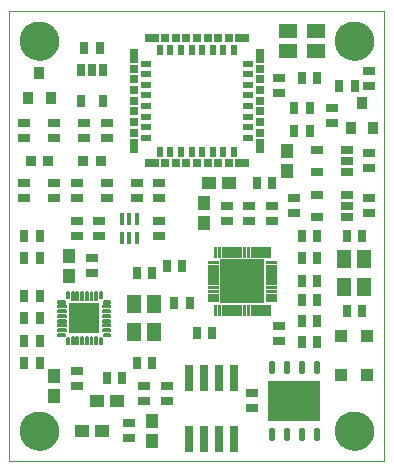
<source format=gts>
G75*
%MOIN*%
%OFA0B0*%
%FSLAX25Y25*%
%IPPOS*%
%LPD*%
%AMOC8*
5,1,8,0,0,1.08239X$1,22.5*
%
%ADD10C,0.00000*%
%ADD11C,0.12998*%
%ADD12R,0.03707X0.02369*%
%ADD13R,0.02369X0.03707*%
%ADD14R,0.02959X0.04731*%
%ADD15R,0.02959X0.02959*%
%ADD16R,0.04731X0.02959*%
%ADD17C,0.00633*%
%ADD18C,0.00760*%
%ADD19R,0.09843X0.09843*%
%ADD20C,0.00297*%
%ADD21R,0.14967X0.14967*%
%ADD22R,0.02762X0.09061*%
%ADD23R,0.04337X0.02565*%
%ADD24R,0.02565X0.04337*%
%ADD25R,0.04731X0.04337*%
%ADD26R,0.03156X0.03943*%
%ADD27R,0.03943X0.03156*%
%ADD28R,0.04337X0.04731*%
%ADD29R,0.05124X0.06306*%
%ADD30R,0.03550X0.03550*%
%ADD31C,0.01493*%
%ADD32R,0.17329X0.13786*%
%ADD33R,0.03550X0.03943*%
%ADD34R,0.01581X0.04298*%
%ADD35R,0.06306X0.05124*%
%ADD36R,0.04337X0.04337*%
D10*
X0031033Y0023661D02*
X0031033Y0173661D01*
X0156033Y0173661D01*
X0156033Y0023661D01*
X0031033Y0023661D01*
X0034734Y0033661D02*
X0034736Y0033819D01*
X0034742Y0033977D01*
X0034752Y0034135D01*
X0034766Y0034293D01*
X0034784Y0034450D01*
X0034805Y0034607D01*
X0034831Y0034763D01*
X0034861Y0034919D01*
X0034894Y0035074D01*
X0034932Y0035227D01*
X0034973Y0035380D01*
X0035018Y0035532D01*
X0035067Y0035683D01*
X0035120Y0035832D01*
X0035176Y0035980D01*
X0035236Y0036126D01*
X0035300Y0036271D01*
X0035368Y0036414D01*
X0035439Y0036556D01*
X0035513Y0036696D01*
X0035591Y0036833D01*
X0035673Y0036969D01*
X0035757Y0037103D01*
X0035846Y0037234D01*
X0035937Y0037363D01*
X0036032Y0037490D01*
X0036129Y0037615D01*
X0036230Y0037737D01*
X0036334Y0037856D01*
X0036441Y0037973D01*
X0036551Y0038087D01*
X0036664Y0038198D01*
X0036779Y0038307D01*
X0036897Y0038412D01*
X0037018Y0038514D01*
X0037141Y0038614D01*
X0037267Y0038710D01*
X0037395Y0038803D01*
X0037525Y0038893D01*
X0037658Y0038979D01*
X0037793Y0039063D01*
X0037929Y0039142D01*
X0038068Y0039219D01*
X0038209Y0039291D01*
X0038351Y0039361D01*
X0038495Y0039426D01*
X0038641Y0039488D01*
X0038788Y0039546D01*
X0038937Y0039601D01*
X0039087Y0039652D01*
X0039238Y0039699D01*
X0039390Y0039742D01*
X0039543Y0039781D01*
X0039698Y0039817D01*
X0039853Y0039848D01*
X0040009Y0039876D01*
X0040165Y0039900D01*
X0040322Y0039920D01*
X0040480Y0039936D01*
X0040637Y0039948D01*
X0040796Y0039956D01*
X0040954Y0039960D01*
X0041112Y0039960D01*
X0041270Y0039956D01*
X0041429Y0039948D01*
X0041586Y0039936D01*
X0041744Y0039920D01*
X0041901Y0039900D01*
X0042057Y0039876D01*
X0042213Y0039848D01*
X0042368Y0039817D01*
X0042523Y0039781D01*
X0042676Y0039742D01*
X0042828Y0039699D01*
X0042979Y0039652D01*
X0043129Y0039601D01*
X0043278Y0039546D01*
X0043425Y0039488D01*
X0043571Y0039426D01*
X0043715Y0039361D01*
X0043857Y0039291D01*
X0043998Y0039219D01*
X0044137Y0039142D01*
X0044273Y0039063D01*
X0044408Y0038979D01*
X0044541Y0038893D01*
X0044671Y0038803D01*
X0044799Y0038710D01*
X0044925Y0038614D01*
X0045048Y0038514D01*
X0045169Y0038412D01*
X0045287Y0038307D01*
X0045402Y0038198D01*
X0045515Y0038087D01*
X0045625Y0037973D01*
X0045732Y0037856D01*
X0045836Y0037737D01*
X0045937Y0037615D01*
X0046034Y0037490D01*
X0046129Y0037363D01*
X0046220Y0037234D01*
X0046309Y0037103D01*
X0046393Y0036969D01*
X0046475Y0036833D01*
X0046553Y0036696D01*
X0046627Y0036556D01*
X0046698Y0036414D01*
X0046766Y0036271D01*
X0046830Y0036126D01*
X0046890Y0035980D01*
X0046946Y0035832D01*
X0046999Y0035683D01*
X0047048Y0035532D01*
X0047093Y0035380D01*
X0047134Y0035227D01*
X0047172Y0035074D01*
X0047205Y0034919D01*
X0047235Y0034763D01*
X0047261Y0034607D01*
X0047282Y0034450D01*
X0047300Y0034293D01*
X0047314Y0034135D01*
X0047324Y0033977D01*
X0047330Y0033819D01*
X0047332Y0033661D01*
X0047330Y0033503D01*
X0047324Y0033345D01*
X0047314Y0033187D01*
X0047300Y0033029D01*
X0047282Y0032872D01*
X0047261Y0032715D01*
X0047235Y0032559D01*
X0047205Y0032403D01*
X0047172Y0032248D01*
X0047134Y0032095D01*
X0047093Y0031942D01*
X0047048Y0031790D01*
X0046999Y0031639D01*
X0046946Y0031490D01*
X0046890Y0031342D01*
X0046830Y0031196D01*
X0046766Y0031051D01*
X0046698Y0030908D01*
X0046627Y0030766D01*
X0046553Y0030626D01*
X0046475Y0030489D01*
X0046393Y0030353D01*
X0046309Y0030219D01*
X0046220Y0030088D01*
X0046129Y0029959D01*
X0046034Y0029832D01*
X0045937Y0029707D01*
X0045836Y0029585D01*
X0045732Y0029466D01*
X0045625Y0029349D01*
X0045515Y0029235D01*
X0045402Y0029124D01*
X0045287Y0029015D01*
X0045169Y0028910D01*
X0045048Y0028808D01*
X0044925Y0028708D01*
X0044799Y0028612D01*
X0044671Y0028519D01*
X0044541Y0028429D01*
X0044408Y0028343D01*
X0044273Y0028259D01*
X0044137Y0028180D01*
X0043998Y0028103D01*
X0043857Y0028031D01*
X0043715Y0027961D01*
X0043571Y0027896D01*
X0043425Y0027834D01*
X0043278Y0027776D01*
X0043129Y0027721D01*
X0042979Y0027670D01*
X0042828Y0027623D01*
X0042676Y0027580D01*
X0042523Y0027541D01*
X0042368Y0027505D01*
X0042213Y0027474D01*
X0042057Y0027446D01*
X0041901Y0027422D01*
X0041744Y0027402D01*
X0041586Y0027386D01*
X0041429Y0027374D01*
X0041270Y0027366D01*
X0041112Y0027362D01*
X0040954Y0027362D01*
X0040796Y0027366D01*
X0040637Y0027374D01*
X0040480Y0027386D01*
X0040322Y0027402D01*
X0040165Y0027422D01*
X0040009Y0027446D01*
X0039853Y0027474D01*
X0039698Y0027505D01*
X0039543Y0027541D01*
X0039390Y0027580D01*
X0039238Y0027623D01*
X0039087Y0027670D01*
X0038937Y0027721D01*
X0038788Y0027776D01*
X0038641Y0027834D01*
X0038495Y0027896D01*
X0038351Y0027961D01*
X0038209Y0028031D01*
X0038068Y0028103D01*
X0037929Y0028180D01*
X0037793Y0028259D01*
X0037658Y0028343D01*
X0037525Y0028429D01*
X0037395Y0028519D01*
X0037267Y0028612D01*
X0037141Y0028708D01*
X0037018Y0028808D01*
X0036897Y0028910D01*
X0036779Y0029015D01*
X0036664Y0029124D01*
X0036551Y0029235D01*
X0036441Y0029349D01*
X0036334Y0029466D01*
X0036230Y0029585D01*
X0036129Y0029707D01*
X0036032Y0029832D01*
X0035937Y0029959D01*
X0035846Y0030088D01*
X0035757Y0030219D01*
X0035673Y0030353D01*
X0035591Y0030489D01*
X0035513Y0030626D01*
X0035439Y0030766D01*
X0035368Y0030908D01*
X0035300Y0031051D01*
X0035236Y0031196D01*
X0035176Y0031342D01*
X0035120Y0031490D01*
X0035067Y0031639D01*
X0035018Y0031790D01*
X0034973Y0031942D01*
X0034932Y0032095D01*
X0034894Y0032248D01*
X0034861Y0032403D01*
X0034831Y0032559D01*
X0034805Y0032715D01*
X0034784Y0032872D01*
X0034766Y0033029D01*
X0034752Y0033187D01*
X0034742Y0033345D01*
X0034736Y0033503D01*
X0034734Y0033661D01*
X0139734Y0033661D02*
X0139736Y0033819D01*
X0139742Y0033977D01*
X0139752Y0034135D01*
X0139766Y0034293D01*
X0139784Y0034450D01*
X0139805Y0034607D01*
X0139831Y0034763D01*
X0139861Y0034919D01*
X0139894Y0035074D01*
X0139932Y0035227D01*
X0139973Y0035380D01*
X0140018Y0035532D01*
X0140067Y0035683D01*
X0140120Y0035832D01*
X0140176Y0035980D01*
X0140236Y0036126D01*
X0140300Y0036271D01*
X0140368Y0036414D01*
X0140439Y0036556D01*
X0140513Y0036696D01*
X0140591Y0036833D01*
X0140673Y0036969D01*
X0140757Y0037103D01*
X0140846Y0037234D01*
X0140937Y0037363D01*
X0141032Y0037490D01*
X0141129Y0037615D01*
X0141230Y0037737D01*
X0141334Y0037856D01*
X0141441Y0037973D01*
X0141551Y0038087D01*
X0141664Y0038198D01*
X0141779Y0038307D01*
X0141897Y0038412D01*
X0142018Y0038514D01*
X0142141Y0038614D01*
X0142267Y0038710D01*
X0142395Y0038803D01*
X0142525Y0038893D01*
X0142658Y0038979D01*
X0142793Y0039063D01*
X0142929Y0039142D01*
X0143068Y0039219D01*
X0143209Y0039291D01*
X0143351Y0039361D01*
X0143495Y0039426D01*
X0143641Y0039488D01*
X0143788Y0039546D01*
X0143937Y0039601D01*
X0144087Y0039652D01*
X0144238Y0039699D01*
X0144390Y0039742D01*
X0144543Y0039781D01*
X0144698Y0039817D01*
X0144853Y0039848D01*
X0145009Y0039876D01*
X0145165Y0039900D01*
X0145322Y0039920D01*
X0145480Y0039936D01*
X0145637Y0039948D01*
X0145796Y0039956D01*
X0145954Y0039960D01*
X0146112Y0039960D01*
X0146270Y0039956D01*
X0146429Y0039948D01*
X0146586Y0039936D01*
X0146744Y0039920D01*
X0146901Y0039900D01*
X0147057Y0039876D01*
X0147213Y0039848D01*
X0147368Y0039817D01*
X0147523Y0039781D01*
X0147676Y0039742D01*
X0147828Y0039699D01*
X0147979Y0039652D01*
X0148129Y0039601D01*
X0148278Y0039546D01*
X0148425Y0039488D01*
X0148571Y0039426D01*
X0148715Y0039361D01*
X0148857Y0039291D01*
X0148998Y0039219D01*
X0149137Y0039142D01*
X0149273Y0039063D01*
X0149408Y0038979D01*
X0149541Y0038893D01*
X0149671Y0038803D01*
X0149799Y0038710D01*
X0149925Y0038614D01*
X0150048Y0038514D01*
X0150169Y0038412D01*
X0150287Y0038307D01*
X0150402Y0038198D01*
X0150515Y0038087D01*
X0150625Y0037973D01*
X0150732Y0037856D01*
X0150836Y0037737D01*
X0150937Y0037615D01*
X0151034Y0037490D01*
X0151129Y0037363D01*
X0151220Y0037234D01*
X0151309Y0037103D01*
X0151393Y0036969D01*
X0151475Y0036833D01*
X0151553Y0036696D01*
X0151627Y0036556D01*
X0151698Y0036414D01*
X0151766Y0036271D01*
X0151830Y0036126D01*
X0151890Y0035980D01*
X0151946Y0035832D01*
X0151999Y0035683D01*
X0152048Y0035532D01*
X0152093Y0035380D01*
X0152134Y0035227D01*
X0152172Y0035074D01*
X0152205Y0034919D01*
X0152235Y0034763D01*
X0152261Y0034607D01*
X0152282Y0034450D01*
X0152300Y0034293D01*
X0152314Y0034135D01*
X0152324Y0033977D01*
X0152330Y0033819D01*
X0152332Y0033661D01*
X0152330Y0033503D01*
X0152324Y0033345D01*
X0152314Y0033187D01*
X0152300Y0033029D01*
X0152282Y0032872D01*
X0152261Y0032715D01*
X0152235Y0032559D01*
X0152205Y0032403D01*
X0152172Y0032248D01*
X0152134Y0032095D01*
X0152093Y0031942D01*
X0152048Y0031790D01*
X0151999Y0031639D01*
X0151946Y0031490D01*
X0151890Y0031342D01*
X0151830Y0031196D01*
X0151766Y0031051D01*
X0151698Y0030908D01*
X0151627Y0030766D01*
X0151553Y0030626D01*
X0151475Y0030489D01*
X0151393Y0030353D01*
X0151309Y0030219D01*
X0151220Y0030088D01*
X0151129Y0029959D01*
X0151034Y0029832D01*
X0150937Y0029707D01*
X0150836Y0029585D01*
X0150732Y0029466D01*
X0150625Y0029349D01*
X0150515Y0029235D01*
X0150402Y0029124D01*
X0150287Y0029015D01*
X0150169Y0028910D01*
X0150048Y0028808D01*
X0149925Y0028708D01*
X0149799Y0028612D01*
X0149671Y0028519D01*
X0149541Y0028429D01*
X0149408Y0028343D01*
X0149273Y0028259D01*
X0149137Y0028180D01*
X0148998Y0028103D01*
X0148857Y0028031D01*
X0148715Y0027961D01*
X0148571Y0027896D01*
X0148425Y0027834D01*
X0148278Y0027776D01*
X0148129Y0027721D01*
X0147979Y0027670D01*
X0147828Y0027623D01*
X0147676Y0027580D01*
X0147523Y0027541D01*
X0147368Y0027505D01*
X0147213Y0027474D01*
X0147057Y0027446D01*
X0146901Y0027422D01*
X0146744Y0027402D01*
X0146586Y0027386D01*
X0146429Y0027374D01*
X0146270Y0027366D01*
X0146112Y0027362D01*
X0145954Y0027362D01*
X0145796Y0027366D01*
X0145637Y0027374D01*
X0145480Y0027386D01*
X0145322Y0027402D01*
X0145165Y0027422D01*
X0145009Y0027446D01*
X0144853Y0027474D01*
X0144698Y0027505D01*
X0144543Y0027541D01*
X0144390Y0027580D01*
X0144238Y0027623D01*
X0144087Y0027670D01*
X0143937Y0027721D01*
X0143788Y0027776D01*
X0143641Y0027834D01*
X0143495Y0027896D01*
X0143351Y0027961D01*
X0143209Y0028031D01*
X0143068Y0028103D01*
X0142929Y0028180D01*
X0142793Y0028259D01*
X0142658Y0028343D01*
X0142525Y0028429D01*
X0142395Y0028519D01*
X0142267Y0028612D01*
X0142141Y0028708D01*
X0142018Y0028808D01*
X0141897Y0028910D01*
X0141779Y0029015D01*
X0141664Y0029124D01*
X0141551Y0029235D01*
X0141441Y0029349D01*
X0141334Y0029466D01*
X0141230Y0029585D01*
X0141129Y0029707D01*
X0141032Y0029832D01*
X0140937Y0029959D01*
X0140846Y0030088D01*
X0140757Y0030219D01*
X0140673Y0030353D01*
X0140591Y0030489D01*
X0140513Y0030626D01*
X0140439Y0030766D01*
X0140368Y0030908D01*
X0140300Y0031051D01*
X0140236Y0031196D01*
X0140176Y0031342D01*
X0140120Y0031490D01*
X0140067Y0031639D01*
X0140018Y0031790D01*
X0139973Y0031942D01*
X0139932Y0032095D01*
X0139894Y0032248D01*
X0139861Y0032403D01*
X0139831Y0032559D01*
X0139805Y0032715D01*
X0139784Y0032872D01*
X0139766Y0033029D01*
X0139752Y0033187D01*
X0139742Y0033345D01*
X0139736Y0033503D01*
X0139734Y0033661D01*
X0139734Y0163661D02*
X0139736Y0163819D01*
X0139742Y0163977D01*
X0139752Y0164135D01*
X0139766Y0164293D01*
X0139784Y0164450D01*
X0139805Y0164607D01*
X0139831Y0164763D01*
X0139861Y0164919D01*
X0139894Y0165074D01*
X0139932Y0165227D01*
X0139973Y0165380D01*
X0140018Y0165532D01*
X0140067Y0165683D01*
X0140120Y0165832D01*
X0140176Y0165980D01*
X0140236Y0166126D01*
X0140300Y0166271D01*
X0140368Y0166414D01*
X0140439Y0166556D01*
X0140513Y0166696D01*
X0140591Y0166833D01*
X0140673Y0166969D01*
X0140757Y0167103D01*
X0140846Y0167234D01*
X0140937Y0167363D01*
X0141032Y0167490D01*
X0141129Y0167615D01*
X0141230Y0167737D01*
X0141334Y0167856D01*
X0141441Y0167973D01*
X0141551Y0168087D01*
X0141664Y0168198D01*
X0141779Y0168307D01*
X0141897Y0168412D01*
X0142018Y0168514D01*
X0142141Y0168614D01*
X0142267Y0168710D01*
X0142395Y0168803D01*
X0142525Y0168893D01*
X0142658Y0168979D01*
X0142793Y0169063D01*
X0142929Y0169142D01*
X0143068Y0169219D01*
X0143209Y0169291D01*
X0143351Y0169361D01*
X0143495Y0169426D01*
X0143641Y0169488D01*
X0143788Y0169546D01*
X0143937Y0169601D01*
X0144087Y0169652D01*
X0144238Y0169699D01*
X0144390Y0169742D01*
X0144543Y0169781D01*
X0144698Y0169817D01*
X0144853Y0169848D01*
X0145009Y0169876D01*
X0145165Y0169900D01*
X0145322Y0169920D01*
X0145480Y0169936D01*
X0145637Y0169948D01*
X0145796Y0169956D01*
X0145954Y0169960D01*
X0146112Y0169960D01*
X0146270Y0169956D01*
X0146429Y0169948D01*
X0146586Y0169936D01*
X0146744Y0169920D01*
X0146901Y0169900D01*
X0147057Y0169876D01*
X0147213Y0169848D01*
X0147368Y0169817D01*
X0147523Y0169781D01*
X0147676Y0169742D01*
X0147828Y0169699D01*
X0147979Y0169652D01*
X0148129Y0169601D01*
X0148278Y0169546D01*
X0148425Y0169488D01*
X0148571Y0169426D01*
X0148715Y0169361D01*
X0148857Y0169291D01*
X0148998Y0169219D01*
X0149137Y0169142D01*
X0149273Y0169063D01*
X0149408Y0168979D01*
X0149541Y0168893D01*
X0149671Y0168803D01*
X0149799Y0168710D01*
X0149925Y0168614D01*
X0150048Y0168514D01*
X0150169Y0168412D01*
X0150287Y0168307D01*
X0150402Y0168198D01*
X0150515Y0168087D01*
X0150625Y0167973D01*
X0150732Y0167856D01*
X0150836Y0167737D01*
X0150937Y0167615D01*
X0151034Y0167490D01*
X0151129Y0167363D01*
X0151220Y0167234D01*
X0151309Y0167103D01*
X0151393Y0166969D01*
X0151475Y0166833D01*
X0151553Y0166696D01*
X0151627Y0166556D01*
X0151698Y0166414D01*
X0151766Y0166271D01*
X0151830Y0166126D01*
X0151890Y0165980D01*
X0151946Y0165832D01*
X0151999Y0165683D01*
X0152048Y0165532D01*
X0152093Y0165380D01*
X0152134Y0165227D01*
X0152172Y0165074D01*
X0152205Y0164919D01*
X0152235Y0164763D01*
X0152261Y0164607D01*
X0152282Y0164450D01*
X0152300Y0164293D01*
X0152314Y0164135D01*
X0152324Y0163977D01*
X0152330Y0163819D01*
X0152332Y0163661D01*
X0152330Y0163503D01*
X0152324Y0163345D01*
X0152314Y0163187D01*
X0152300Y0163029D01*
X0152282Y0162872D01*
X0152261Y0162715D01*
X0152235Y0162559D01*
X0152205Y0162403D01*
X0152172Y0162248D01*
X0152134Y0162095D01*
X0152093Y0161942D01*
X0152048Y0161790D01*
X0151999Y0161639D01*
X0151946Y0161490D01*
X0151890Y0161342D01*
X0151830Y0161196D01*
X0151766Y0161051D01*
X0151698Y0160908D01*
X0151627Y0160766D01*
X0151553Y0160626D01*
X0151475Y0160489D01*
X0151393Y0160353D01*
X0151309Y0160219D01*
X0151220Y0160088D01*
X0151129Y0159959D01*
X0151034Y0159832D01*
X0150937Y0159707D01*
X0150836Y0159585D01*
X0150732Y0159466D01*
X0150625Y0159349D01*
X0150515Y0159235D01*
X0150402Y0159124D01*
X0150287Y0159015D01*
X0150169Y0158910D01*
X0150048Y0158808D01*
X0149925Y0158708D01*
X0149799Y0158612D01*
X0149671Y0158519D01*
X0149541Y0158429D01*
X0149408Y0158343D01*
X0149273Y0158259D01*
X0149137Y0158180D01*
X0148998Y0158103D01*
X0148857Y0158031D01*
X0148715Y0157961D01*
X0148571Y0157896D01*
X0148425Y0157834D01*
X0148278Y0157776D01*
X0148129Y0157721D01*
X0147979Y0157670D01*
X0147828Y0157623D01*
X0147676Y0157580D01*
X0147523Y0157541D01*
X0147368Y0157505D01*
X0147213Y0157474D01*
X0147057Y0157446D01*
X0146901Y0157422D01*
X0146744Y0157402D01*
X0146586Y0157386D01*
X0146429Y0157374D01*
X0146270Y0157366D01*
X0146112Y0157362D01*
X0145954Y0157362D01*
X0145796Y0157366D01*
X0145637Y0157374D01*
X0145480Y0157386D01*
X0145322Y0157402D01*
X0145165Y0157422D01*
X0145009Y0157446D01*
X0144853Y0157474D01*
X0144698Y0157505D01*
X0144543Y0157541D01*
X0144390Y0157580D01*
X0144238Y0157623D01*
X0144087Y0157670D01*
X0143937Y0157721D01*
X0143788Y0157776D01*
X0143641Y0157834D01*
X0143495Y0157896D01*
X0143351Y0157961D01*
X0143209Y0158031D01*
X0143068Y0158103D01*
X0142929Y0158180D01*
X0142793Y0158259D01*
X0142658Y0158343D01*
X0142525Y0158429D01*
X0142395Y0158519D01*
X0142267Y0158612D01*
X0142141Y0158708D01*
X0142018Y0158808D01*
X0141897Y0158910D01*
X0141779Y0159015D01*
X0141664Y0159124D01*
X0141551Y0159235D01*
X0141441Y0159349D01*
X0141334Y0159466D01*
X0141230Y0159585D01*
X0141129Y0159707D01*
X0141032Y0159832D01*
X0140937Y0159959D01*
X0140846Y0160088D01*
X0140757Y0160219D01*
X0140673Y0160353D01*
X0140591Y0160489D01*
X0140513Y0160626D01*
X0140439Y0160766D01*
X0140368Y0160908D01*
X0140300Y0161051D01*
X0140236Y0161196D01*
X0140176Y0161342D01*
X0140120Y0161490D01*
X0140067Y0161639D01*
X0140018Y0161790D01*
X0139973Y0161942D01*
X0139932Y0162095D01*
X0139894Y0162248D01*
X0139861Y0162403D01*
X0139831Y0162559D01*
X0139805Y0162715D01*
X0139784Y0162872D01*
X0139766Y0163029D01*
X0139752Y0163187D01*
X0139742Y0163345D01*
X0139736Y0163503D01*
X0139734Y0163661D01*
X0034734Y0163661D02*
X0034736Y0163819D01*
X0034742Y0163977D01*
X0034752Y0164135D01*
X0034766Y0164293D01*
X0034784Y0164450D01*
X0034805Y0164607D01*
X0034831Y0164763D01*
X0034861Y0164919D01*
X0034894Y0165074D01*
X0034932Y0165227D01*
X0034973Y0165380D01*
X0035018Y0165532D01*
X0035067Y0165683D01*
X0035120Y0165832D01*
X0035176Y0165980D01*
X0035236Y0166126D01*
X0035300Y0166271D01*
X0035368Y0166414D01*
X0035439Y0166556D01*
X0035513Y0166696D01*
X0035591Y0166833D01*
X0035673Y0166969D01*
X0035757Y0167103D01*
X0035846Y0167234D01*
X0035937Y0167363D01*
X0036032Y0167490D01*
X0036129Y0167615D01*
X0036230Y0167737D01*
X0036334Y0167856D01*
X0036441Y0167973D01*
X0036551Y0168087D01*
X0036664Y0168198D01*
X0036779Y0168307D01*
X0036897Y0168412D01*
X0037018Y0168514D01*
X0037141Y0168614D01*
X0037267Y0168710D01*
X0037395Y0168803D01*
X0037525Y0168893D01*
X0037658Y0168979D01*
X0037793Y0169063D01*
X0037929Y0169142D01*
X0038068Y0169219D01*
X0038209Y0169291D01*
X0038351Y0169361D01*
X0038495Y0169426D01*
X0038641Y0169488D01*
X0038788Y0169546D01*
X0038937Y0169601D01*
X0039087Y0169652D01*
X0039238Y0169699D01*
X0039390Y0169742D01*
X0039543Y0169781D01*
X0039698Y0169817D01*
X0039853Y0169848D01*
X0040009Y0169876D01*
X0040165Y0169900D01*
X0040322Y0169920D01*
X0040480Y0169936D01*
X0040637Y0169948D01*
X0040796Y0169956D01*
X0040954Y0169960D01*
X0041112Y0169960D01*
X0041270Y0169956D01*
X0041429Y0169948D01*
X0041586Y0169936D01*
X0041744Y0169920D01*
X0041901Y0169900D01*
X0042057Y0169876D01*
X0042213Y0169848D01*
X0042368Y0169817D01*
X0042523Y0169781D01*
X0042676Y0169742D01*
X0042828Y0169699D01*
X0042979Y0169652D01*
X0043129Y0169601D01*
X0043278Y0169546D01*
X0043425Y0169488D01*
X0043571Y0169426D01*
X0043715Y0169361D01*
X0043857Y0169291D01*
X0043998Y0169219D01*
X0044137Y0169142D01*
X0044273Y0169063D01*
X0044408Y0168979D01*
X0044541Y0168893D01*
X0044671Y0168803D01*
X0044799Y0168710D01*
X0044925Y0168614D01*
X0045048Y0168514D01*
X0045169Y0168412D01*
X0045287Y0168307D01*
X0045402Y0168198D01*
X0045515Y0168087D01*
X0045625Y0167973D01*
X0045732Y0167856D01*
X0045836Y0167737D01*
X0045937Y0167615D01*
X0046034Y0167490D01*
X0046129Y0167363D01*
X0046220Y0167234D01*
X0046309Y0167103D01*
X0046393Y0166969D01*
X0046475Y0166833D01*
X0046553Y0166696D01*
X0046627Y0166556D01*
X0046698Y0166414D01*
X0046766Y0166271D01*
X0046830Y0166126D01*
X0046890Y0165980D01*
X0046946Y0165832D01*
X0046999Y0165683D01*
X0047048Y0165532D01*
X0047093Y0165380D01*
X0047134Y0165227D01*
X0047172Y0165074D01*
X0047205Y0164919D01*
X0047235Y0164763D01*
X0047261Y0164607D01*
X0047282Y0164450D01*
X0047300Y0164293D01*
X0047314Y0164135D01*
X0047324Y0163977D01*
X0047330Y0163819D01*
X0047332Y0163661D01*
X0047330Y0163503D01*
X0047324Y0163345D01*
X0047314Y0163187D01*
X0047300Y0163029D01*
X0047282Y0162872D01*
X0047261Y0162715D01*
X0047235Y0162559D01*
X0047205Y0162403D01*
X0047172Y0162248D01*
X0047134Y0162095D01*
X0047093Y0161942D01*
X0047048Y0161790D01*
X0046999Y0161639D01*
X0046946Y0161490D01*
X0046890Y0161342D01*
X0046830Y0161196D01*
X0046766Y0161051D01*
X0046698Y0160908D01*
X0046627Y0160766D01*
X0046553Y0160626D01*
X0046475Y0160489D01*
X0046393Y0160353D01*
X0046309Y0160219D01*
X0046220Y0160088D01*
X0046129Y0159959D01*
X0046034Y0159832D01*
X0045937Y0159707D01*
X0045836Y0159585D01*
X0045732Y0159466D01*
X0045625Y0159349D01*
X0045515Y0159235D01*
X0045402Y0159124D01*
X0045287Y0159015D01*
X0045169Y0158910D01*
X0045048Y0158808D01*
X0044925Y0158708D01*
X0044799Y0158612D01*
X0044671Y0158519D01*
X0044541Y0158429D01*
X0044408Y0158343D01*
X0044273Y0158259D01*
X0044137Y0158180D01*
X0043998Y0158103D01*
X0043857Y0158031D01*
X0043715Y0157961D01*
X0043571Y0157896D01*
X0043425Y0157834D01*
X0043278Y0157776D01*
X0043129Y0157721D01*
X0042979Y0157670D01*
X0042828Y0157623D01*
X0042676Y0157580D01*
X0042523Y0157541D01*
X0042368Y0157505D01*
X0042213Y0157474D01*
X0042057Y0157446D01*
X0041901Y0157422D01*
X0041744Y0157402D01*
X0041586Y0157386D01*
X0041429Y0157374D01*
X0041270Y0157366D01*
X0041112Y0157362D01*
X0040954Y0157362D01*
X0040796Y0157366D01*
X0040637Y0157374D01*
X0040480Y0157386D01*
X0040322Y0157402D01*
X0040165Y0157422D01*
X0040009Y0157446D01*
X0039853Y0157474D01*
X0039698Y0157505D01*
X0039543Y0157541D01*
X0039390Y0157580D01*
X0039238Y0157623D01*
X0039087Y0157670D01*
X0038937Y0157721D01*
X0038788Y0157776D01*
X0038641Y0157834D01*
X0038495Y0157896D01*
X0038351Y0157961D01*
X0038209Y0158031D01*
X0038068Y0158103D01*
X0037929Y0158180D01*
X0037793Y0158259D01*
X0037658Y0158343D01*
X0037525Y0158429D01*
X0037395Y0158519D01*
X0037267Y0158612D01*
X0037141Y0158708D01*
X0037018Y0158808D01*
X0036897Y0158910D01*
X0036779Y0159015D01*
X0036664Y0159124D01*
X0036551Y0159235D01*
X0036441Y0159349D01*
X0036334Y0159466D01*
X0036230Y0159585D01*
X0036129Y0159707D01*
X0036032Y0159832D01*
X0035937Y0159959D01*
X0035846Y0160088D01*
X0035757Y0160219D01*
X0035673Y0160353D01*
X0035591Y0160489D01*
X0035513Y0160626D01*
X0035439Y0160766D01*
X0035368Y0160908D01*
X0035300Y0161051D01*
X0035236Y0161196D01*
X0035176Y0161342D01*
X0035120Y0161490D01*
X0035067Y0161639D01*
X0035018Y0161790D01*
X0034973Y0161942D01*
X0034932Y0162095D01*
X0034894Y0162248D01*
X0034861Y0162403D01*
X0034831Y0162559D01*
X0034805Y0162715D01*
X0034784Y0162872D01*
X0034766Y0163029D01*
X0034752Y0163187D01*
X0034742Y0163345D01*
X0034736Y0163503D01*
X0034734Y0163661D01*
D11*
X0041033Y0163661D03*
X0146033Y0163661D03*
X0146033Y0033661D03*
X0041033Y0033661D03*
D12*
X0076564Y0131259D03*
X0076564Y0134803D03*
X0076564Y0138346D03*
X0076564Y0141889D03*
X0076564Y0145433D03*
X0076564Y0148976D03*
X0076564Y0152519D03*
X0076564Y0156063D03*
X0110501Y0156063D03*
X0110501Y0152519D03*
X0110501Y0148976D03*
X0110501Y0145433D03*
X0110501Y0141889D03*
X0110501Y0138346D03*
X0110501Y0134803D03*
X0110501Y0131259D03*
D13*
X0105934Y0126692D03*
X0102391Y0126692D03*
X0098848Y0126692D03*
X0095304Y0126692D03*
X0091761Y0126692D03*
X0088218Y0126692D03*
X0084675Y0126692D03*
X0081131Y0126692D03*
X0081131Y0160629D03*
X0084675Y0160629D03*
X0088218Y0160629D03*
X0091761Y0160629D03*
X0095304Y0160629D03*
X0098848Y0160629D03*
X0102391Y0160629D03*
X0105934Y0160629D03*
D14*
X0114419Y0158720D03*
X0114419Y0128602D03*
X0072647Y0128602D03*
X0072647Y0158720D03*
D15*
X0072647Y0154291D03*
X0072647Y0150748D03*
X0072647Y0147204D03*
X0072647Y0143661D03*
X0072647Y0140118D03*
X0072647Y0136574D03*
X0072647Y0133031D03*
X0082903Y0122775D03*
X0086446Y0122775D03*
X0089989Y0122775D03*
X0093533Y0122775D03*
X0097076Y0122775D03*
X0100619Y0122775D03*
X0104163Y0122775D03*
X0114419Y0133031D03*
X0114419Y0136574D03*
X0114419Y0140118D03*
X0114419Y0143661D03*
X0114419Y0147204D03*
X0114419Y0150748D03*
X0114419Y0154291D03*
X0104163Y0164547D03*
X0100619Y0164547D03*
X0097076Y0164547D03*
X0093533Y0164547D03*
X0089989Y0164547D03*
X0086446Y0164547D03*
X0082903Y0164547D03*
D16*
X0078474Y0164547D03*
X0108592Y0164547D03*
X0108592Y0122775D03*
X0078474Y0122775D03*
D17*
X0059653Y0079903D02*
X0059653Y0077379D01*
X0059653Y0079903D02*
X0060287Y0079903D01*
X0060287Y0077379D01*
X0059653Y0077379D01*
X0059653Y0078011D02*
X0060287Y0078011D01*
X0060287Y0078643D02*
X0059653Y0078643D01*
X0059653Y0079275D02*
X0060287Y0079275D01*
X0058078Y0079903D02*
X0058078Y0077379D01*
X0058078Y0079903D02*
X0058712Y0079903D01*
X0058712Y0077379D01*
X0058078Y0077379D01*
X0058078Y0078011D02*
X0058712Y0078011D01*
X0058712Y0078643D02*
X0058078Y0078643D01*
X0058078Y0079275D02*
X0058712Y0079275D01*
X0056503Y0079903D02*
X0056503Y0077379D01*
X0056503Y0079903D02*
X0057137Y0079903D01*
X0057137Y0077379D01*
X0056503Y0077379D01*
X0056503Y0078011D02*
X0057137Y0078011D01*
X0057137Y0078643D02*
X0056503Y0078643D01*
X0056503Y0079275D02*
X0057137Y0079275D01*
X0054928Y0079903D02*
X0054928Y0077379D01*
X0054928Y0079903D02*
X0055562Y0079903D01*
X0055562Y0077379D01*
X0054928Y0077379D01*
X0054928Y0078011D02*
X0055562Y0078011D01*
X0055562Y0078643D02*
X0054928Y0078643D01*
X0054928Y0079275D02*
X0055562Y0079275D01*
X0053354Y0079903D02*
X0053354Y0077379D01*
X0053354Y0079903D02*
X0053988Y0079903D01*
X0053988Y0077379D01*
X0053354Y0077379D01*
X0053354Y0078011D02*
X0053988Y0078011D01*
X0053988Y0078643D02*
X0053354Y0078643D01*
X0053354Y0079275D02*
X0053988Y0079275D01*
X0051779Y0079903D02*
X0051779Y0077379D01*
X0051779Y0079903D02*
X0052413Y0079903D01*
X0052413Y0077379D01*
X0051779Y0077379D01*
X0051779Y0078011D02*
X0052413Y0078011D01*
X0052413Y0078643D02*
X0051779Y0078643D01*
X0051779Y0079275D02*
X0052413Y0079275D01*
X0050204Y0079903D02*
X0050204Y0077773D01*
X0050204Y0079903D02*
X0050838Y0079903D01*
X0050838Y0077773D01*
X0050204Y0077773D01*
X0050204Y0078405D02*
X0050838Y0078405D01*
X0050838Y0079037D02*
X0050204Y0079037D01*
X0050204Y0079669D02*
X0050838Y0079669D01*
X0049460Y0076356D02*
X0047330Y0076356D01*
X0047330Y0076990D01*
X0049460Y0076990D01*
X0049460Y0076356D01*
X0049460Y0076988D02*
X0047330Y0076988D01*
X0047290Y0074781D02*
X0049814Y0074781D01*
X0047290Y0074781D02*
X0047290Y0075415D01*
X0049814Y0075415D01*
X0049814Y0074781D01*
X0049814Y0075413D02*
X0047290Y0075413D01*
X0047290Y0073206D02*
X0049814Y0073206D01*
X0047290Y0073206D02*
X0047290Y0073840D01*
X0049814Y0073840D01*
X0049814Y0073206D01*
X0049814Y0073838D02*
X0047290Y0073838D01*
X0047290Y0071631D02*
X0049814Y0071631D01*
X0047290Y0071631D02*
X0047290Y0072265D01*
X0049814Y0072265D01*
X0049814Y0071631D01*
X0049814Y0072263D02*
X0047290Y0072263D01*
X0047290Y0070057D02*
X0049814Y0070057D01*
X0047290Y0070057D02*
X0047290Y0070691D01*
X0049814Y0070691D01*
X0049814Y0070057D01*
X0049814Y0070689D02*
X0047290Y0070689D01*
X0047290Y0068482D02*
X0049814Y0068482D01*
X0047290Y0068482D02*
X0047290Y0069116D01*
X0049814Y0069116D01*
X0049814Y0068482D01*
X0049814Y0069114D02*
X0047290Y0069114D01*
X0047290Y0066907D02*
X0049814Y0066907D01*
X0047290Y0066907D02*
X0047290Y0067541D01*
X0049814Y0067541D01*
X0049814Y0066907D01*
X0049814Y0067539D02*
X0047290Y0067539D01*
X0047330Y0065332D02*
X0049460Y0065332D01*
X0047330Y0065332D02*
X0047330Y0065966D01*
X0049460Y0065966D01*
X0049460Y0065332D01*
X0049460Y0065964D02*
X0047330Y0065964D01*
X0050799Y0064549D02*
X0050799Y0062419D01*
X0050165Y0062419D01*
X0050165Y0064549D01*
X0050799Y0064549D01*
X0050799Y0063051D02*
X0050165Y0063051D01*
X0050165Y0063683D02*
X0050799Y0063683D01*
X0050799Y0064315D02*
X0050165Y0064315D01*
X0052413Y0064943D02*
X0052413Y0062419D01*
X0051779Y0062419D01*
X0051779Y0064943D01*
X0052413Y0064943D01*
X0052413Y0063051D02*
X0051779Y0063051D01*
X0051779Y0063683D02*
X0052413Y0063683D01*
X0052413Y0064315D02*
X0051779Y0064315D01*
X0053988Y0064943D02*
X0053988Y0062419D01*
X0053354Y0062419D01*
X0053354Y0064943D01*
X0053988Y0064943D01*
X0053988Y0063051D02*
X0053354Y0063051D01*
X0053354Y0063683D02*
X0053988Y0063683D01*
X0053988Y0064315D02*
X0053354Y0064315D01*
X0055562Y0064943D02*
X0055562Y0062419D01*
X0054928Y0062419D01*
X0054928Y0064943D01*
X0055562Y0064943D01*
X0055562Y0063051D02*
X0054928Y0063051D01*
X0054928Y0063683D02*
X0055562Y0063683D01*
X0055562Y0064315D02*
X0054928Y0064315D01*
X0057137Y0064943D02*
X0057137Y0062419D01*
X0056503Y0062419D01*
X0056503Y0064943D01*
X0057137Y0064943D01*
X0057137Y0063051D02*
X0056503Y0063051D01*
X0056503Y0063683D02*
X0057137Y0063683D01*
X0057137Y0064315D02*
X0056503Y0064315D01*
X0058712Y0064943D02*
X0058712Y0062419D01*
X0058078Y0062419D01*
X0058078Y0064943D01*
X0058712Y0064943D01*
X0058712Y0063051D02*
X0058078Y0063051D01*
X0058078Y0063683D02*
X0058712Y0063683D01*
X0058712Y0064315D02*
X0058078Y0064315D01*
X0060287Y0064943D02*
X0060287Y0062419D01*
X0059653Y0062419D01*
X0059653Y0064943D01*
X0060287Y0064943D01*
X0060287Y0063051D02*
X0059653Y0063051D01*
X0059653Y0063683D02*
X0060287Y0063683D01*
X0060287Y0064315D02*
X0059653Y0064315D01*
X0061862Y0064549D02*
X0061862Y0062419D01*
X0061228Y0062419D01*
X0061228Y0064549D01*
X0061862Y0064549D01*
X0061862Y0063051D02*
X0061228Y0063051D01*
X0061228Y0063683D02*
X0061862Y0063683D01*
X0061862Y0064315D02*
X0061228Y0064315D01*
X0062566Y0065966D02*
X0064696Y0065966D01*
X0064696Y0065332D01*
X0062566Y0065332D01*
X0062566Y0065966D01*
X0062566Y0065964D02*
X0064696Y0065964D01*
X0064736Y0067541D02*
X0062212Y0067541D01*
X0064736Y0067541D02*
X0064736Y0066907D01*
X0062212Y0066907D01*
X0062212Y0067541D01*
X0062212Y0067539D02*
X0064736Y0067539D01*
X0064736Y0069116D02*
X0062212Y0069116D01*
X0064736Y0069116D02*
X0064736Y0068482D01*
X0062212Y0068482D01*
X0062212Y0069116D01*
X0062212Y0069114D02*
X0064736Y0069114D01*
X0064736Y0070691D02*
X0062212Y0070691D01*
X0064736Y0070691D02*
X0064736Y0070057D01*
X0062212Y0070057D01*
X0062212Y0070691D01*
X0062212Y0070689D02*
X0064736Y0070689D01*
X0064736Y0072265D02*
X0062212Y0072265D01*
X0064736Y0072265D02*
X0064736Y0071631D01*
X0062212Y0071631D01*
X0062212Y0072265D01*
X0062212Y0072263D02*
X0064736Y0072263D01*
X0064736Y0073840D02*
X0062212Y0073840D01*
X0064736Y0073840D02*
X0064736Y0073206D01*
X0062212Y0073206D01*
X0062212Y0073840D01*
X0062212Y0073838D02*
X0064736Y0073838D01*
X0064736Y0075415D02*
X0062212Y0075415D01*
X0064736Y0075415D02*
X0064736Y0074781D01*
X0062212Y0074781D01*
X0062212Y0075415D01*
X0062212Y0075413D02*
X0064736Y0075413D01*
D18*
X0064711Y0076886D02*
X0062709Y0076886D01*
X0064711Y0076886D02*
X0064711Y0076380D01*
X0062709Y0076380D01*
X0062709Y0076886D01*
X0061331Y0077837D02*
X0061331Y0079839D01*
X0061837Y0079839D01*
X0061837Y0077837D01*
X0061331Y0077837D01*
X0061331Y0078596D02*
X0061837Y0078596D01*
X0061837Y0079355D02*
X0061331Y0079355D01*
D19*
X0056033Y0071161D03*
D20*
X0097261Y0077015D02*
X0100553Y0077015D01*
X0097261Y0077015D02*
X0097261Y0077905D01*
X0100553Y0077905D01*
X0100553Y0077015D01*
X0100553Y0077311D02*
X0097261Y0077311D01*
X0097261Y0077607D02*
X0100553Y0077607D01*
X0100553Y0077903D02*
X0097261Y0077903D01*
X0097261Y0078393D02*
X0100553Y0078393D01*
X0097261Y0078393D02*
X0097261Y0079283D01*
X0100553Y0079283D01*
X0100553Y0078393D01*
X0100553Y0078689D02*
X0097261Y0078689D01*
X0097261Y0078985D02*
X0100553Y0078985D01*
X0100553Y0079281D02*
X0097261Y0079281D01*
X0097261Y0079771D02*
X0100553Y0079771D01*
X0097261Y0079771D02*
X0097261Y0080661D01*
X0100553Y0080661D01*
X0100553Y0079771D01*
X0100553Y0080067D02*
X0097261Y0080067D01*
X0097261Y0080363D02*
X0100553Y0080363D01*
X0100553Y0080659D02*
X0097261Y0080659D01*
X0097261Y0081149D02*
X0100553Y0081149D01*
X0097261Y0081149D02*
X0097261Y0082039D01*
X0100553Y0082039D01*
X0100553Y0081149D01*
X0100553Y0081445D02*
X0097261Y0081445D01*
X0097261Y0081741D02*
X0100553Y0081741D01*
X0100553Y0082037D02*
X0097261Y0082037D01*
X0097261Y0082527D02*
X0100553Y0082527D01*
X0097261Y0082527D02*
X0097261Y0083417D01*
X0100553Y0083417D01*
X0100553Y0082527D01*
X0100553Y0082823D02*
X0097261Y0082823D01*
X0097261Y0083119D02*
X0100553Y0083119D01*
X0100553Y0083415D02*
X0097261Y0083415D01*
X0097261Y0083905D02*
X0100553Y0083905D01*
X0097261Y0083905D02*
X0097261Y0084795D01*
X0100553Y0084795D01*
X0100553Y0083905D01*
X0100553Y0084201D02*
X0097261Y0084201D01*
X0097261Y0084497D02*
X0100553Y0084497D01*
X0100553Y0084793D02*
X0097261Y0084793D01*
X0097261Y0085283D02*
X0100553Y0085283D01*
X0097261Y0085283D02*
X0097261Y0086173D01*
X0100553Y0086173D01*
X0100553Y0085283D01*
X0100553Y0085579D02*
X0097261Y0085579D01*
X0097261Y0085875D02*
X0100553Y0085875D01*
X0100553Y0086171D02*
X0097261Y0086171D01*
X0097261Y0086661D02*
X0100553Y0086661D01*
X0097261Y0086661D02*
X0097261Y0087551D01*
X0100553Y0087551D01*
X0100553Y0086661D01*
X0100553Y0086957D02*
X0097261Y0086957D01*
X0097261Y0087253D02*
X0100553Y0087253D01*
X0100553Y0087549D02*
X0097261Y0087549D01*
X0097261Y0088039D02*
X0100553Y0088039D01*
X0097261Y0088039D02*
X0097261Y0088929D01*
X0100553Y0088929D01*
X0100553Y0088039D01*
X0100553Y0088335D02*
X0097261Y0088335D01*
X0097261Y0088631D02*
X0100553Y0088631D01*
X0100553Y0088927D02*
X0097261Y0088927D01*
X0097261Y0089417D02*
X0100553Y0089417D01*
X0097261Y0089417D02*
X0097261Y0090307D01*
X0100553Y0090307D01*
X0100553Y0089417D01*
X0100553Y0089713D02*
X0097261Y0089713D01*
X0097261Y0090009D02*
X0100553Y0090009D01*
X0100553Y0090305D02*
X0097261Y0090305D01*
X0099131Y0091641D02*
X0099131Y0094933D01*
X0100021Y0094933D01*
X0100021Y0091641D01*
X0099131Y0091641D01*
X0099131Y0091937D02*
X0100021Y0091937D01*
X0100021Y0092233D02*
X0099131Y0092233D01*
X0099131Y0092529D02*
X0100021Y0092529D01*
X0100021Y0092825D02*
X0099131Y0092825D01*
X0099131Y0093121D02*
X0100021Y0093121D01*
X0100021Y0093417D02*
X0099131Y0093417D01*
X0099131Y0093713D02*
X0100021Y0093713D01*
X0100021Y0094009D02*
X0099131Y0094009D01*
X0099131Y0094305D02*
X0100021Y0094305D01*
X0100021Y0094601D02*
X0099131Y0094601D01*
X0099131Y0094897D02*
X0100021Y0094897D01*
X0100509Y0094933D02*
X0100509Y0091641D01*
X0100509Y0094933D02*
X0101399Y0094933D01*
X0101399Y0091641D01*
X0100509Y0091641D01*
X0100509Y0091937D02*
X0101399Y0091937D01*
X0101399Y0092233D02*
X0100509Y0092233D01*
X0100509Y0092529D02*
X0101399Y0092529D01*
X0101399Y0092825D02*
X0100509Y0092825D01*
X0100509Y0093121D02*
X0101399Y0093121D01*
X0101399Y0093417D02*
X0100509Y0093417D01*
X0100509Y0093713D02*
X0101399Y0093713D01*
X0101399Y0094009D02*
X0100509Y0094009D01*
X0100509Y0094305D02*
X0101399Y0094305D01*
X0101399Y0094601D02*
X0100509Y0094601D01*
X0100509Y0094897D02*
X0101399Y0094897D01*
X0101887Y0094933D02*
X0101887Y0091641D01*
X0101887Y0094933D02*
X0102777Y0094933D01*
X0102777Y0091641D01*
X0101887Y0091641D01*
X0101887Y0091937D02*
X0102777Y0091937D01*
X0102777Y0092233D02*
X0101887Y0092233D01*
X0101887Y0092529D02*
X0102777Y0092529D01*
X0102777Y0092825D02*
X0101887Y0092825D01*
X0101887Y0093121D02*
X0102777Y0093121D01*
X0102777Y0093417D02*
X0101887Y0093417D01*
X0101887Y0093713D02*
X0102777Y0093713D01*
X0102777Y0094009D02*
X0101887Y0094009D01*
X0101887Y0094305D02*
X0102777Y0094305D01*
X0102777Y0094601D02*
X0101887Y0094601D01*
X0101887Y0094897D02*
X0102777Y0094897D01*
X0103265Y0094933D02*
X0103265Y0091641D01*
X0103265Y0094933D02*
X0104155Y0094933D01*
X0104155Y0091641D01*
X0103265Y0091641D01*
X0103265Y0091937D02*
X0104155Y0091937D01*
X0104155Y0092233D02*
X0103265Y0092233D01*
X0103265Y0092529D02*
X0104155Y0092529D01*
X0104155Y0092825D02*
X0103265Y0092825D01*
X0103265Y0093121D02*
X0104155Y0093121D01*
X0104155Y0093417D02*
X0103265Y0093417D01*
X0103265Y0093713D02*
X0104155Y0093713D01*
X0104155Y0094009D02*
X0103265Y0094009D01*
X0103265Y0094305D02*
X0104155Y0094305D01*
X0104155Y0094601D02*
X0103265Y0094601D01*
X0103265Y0094897D02*
X0104155Y0094897D01*
X0104643Y0094933D02*
X0104643Y0091641D01*
X0104643Y0094933D02*
X0105533Y0094933D01*
X0105533Y0091641D01*
X0104643Y0091641D01*
X0104643Y0091937D02*
X0105533Y0091937D01*
X0105533Y0092233D02*
X0104643Y0092233D01*
X0104643Y0092529D02*
X0105533Y0092529D01*
X0105533Y0092825D02*
X0104643Y0092825D01*
X0104643Y0093121D02*
X0105533Y0093121D01*
X0105533Y0093417D02*
X0104643Y0093417D01*
X0104643Y0093713D02*
X0105533Y0093713D01*
X0105533Y0094009D02*
X0104643Y0094009D01*
X0104643Y0094305D02*
X0105533Y0094305D01*
X0105533Y0094601D02*
X0104643Y0094601D01*
X0104643Y0094897D02*
X0105533Y0094897D01*
X0106021Y0094933D02*
X0106021Y0091641D01*
X0106021Y0094933D02*
X0106911Y0094933D01*
X0106911Y0091641D01*
X0106021Y0091641D01*
X0106021Y0091937D02*
X0106911Y0091937D01*
X0106911Y0092233D02*
X0106021Y0092233D01*
X0106021Y0092529D02*
X0106911Y0092529D01*
X0106911Y0092825D02*
X0106021Y0092825D01*
X0106021Y0093121D02*
X0106911Y0093121D01*
X0106911Y0093417D02*
X0106021Y0093417D01*
X0106021Y0093713D02*
X0106911Y0093713D01*
X0106911Y0094009D02*
X0106021Y0094009D01*
X0106021Y0094305D02*
X0106911Y0094305D01*
X0106911Y0094601D02*
X0106021Y0094601D01*
X0106021Y0094897D02*
X0106911Y0094897D01*
X0107399Y0094933D02*
X0107399Y0091641D01*
X0107399Y0094933D02*
X0108289Y0094933D01*
X0108289Y0091641D01*
X0107399Y0091641D01*
X0107399Y0091937D02*
X0108289Y0091937D01*
X0108289Y0092233D02*
X0107399Y0092233D01*
X0107399Y0092529D02*
X0108289Y0092529D01*
X0108289Y0092825D02*
X0107399Y0092825D01*
X0107399Y0093121D02*
X0108289Y0093121D01*
X0108289Y0093417D02*
X0107399Y0093417D01*
X0107399Y0093713D02*
X0108289Y0093713D01*
X0108289Y0094009D02*
X0107399Y0094009D01*
X0107399Y0094305D02*
X0108289Y0094305D01*
X0108289Y0094601D02*
X0107399Y0094601D01*
X0107399Y0094897D02*
X0108289Y0094897D01*
X0108777Y0094933D02*
X0108777Y0091641D01*
X0108777Y0094933D02*
X0109667Y0094933D01*
X0109667Y0091641D01*
X0108777Y0091641D01*
X0108777Y0091937D02*
X0109667Y0091937D01*
X0109667Y0092233D02*
X0108777Y0092233D01*
X0108777Y0092529D02*
X0109667Y0092529D01*
X0109667Y0092825D02*
X0108777Y0092825D01*
X0108777Y0093121D02*
X0109667Y0093121D01*
X0109667Y0093417D02*
X0108777Y0093417D01*
X0108777Y0093713D02*
X0109667Y0093713D01*
X0109667Y0094009D02*
X0108777Y0094009D01*
X0108777Y0094305D02*
X0109667Y0094305D01*
X0109667Y0094601D02*
X0108777Y0094601D01*
X0108777Y0094897D02*
X0109667Y0094897D01*
X0110155Y0094933D02*
X0110155Y0091641D01*
X0110155Y0094933D02*
X0111045Y0094933D01*
X0111045Y0091641D01*
X0110155Y0091641D01*
X0110155Y0091937D02*
X0111045Y0091937D01*
X0111045Y0092233D02*
X0110155Y0092233D01*
X0110155Y0092529D02*
X0111045Y0092529D01*
X0111045Y0092825D02*
X0110155Y0092825D01*
X0110155Y0093121D02*
X0111045Y0093121D01*
X0111045Y0093417D02*
X0110155Y0093417D01*
X0110155Y0093713D02*
X0111045Y0093713D01*
X0111045Y0094009D02*
X0110155Y0094009D01*
X0110155Y0094305D02*
X0111045Y0094305D01*
X0111045Y0094601D02*
X0110155Y0094601D01*
X0110155Y0094897D02*
X0111045Y0094897D01*
X0111533Y0094933D02*
X0111533Y0091641D01*
X0111533Y0094933D02*
X0112423Y0094933D01*
X0112423Y0091641D01*
X0111533Y0091641D01*
X0111533Y0091937D02*
X0112423Y0091937D01*
X0112423Y0092233D02*
X0111533Y0092233D01*
X0111533Y0092529D02*
X0112423Y0092529D01*
X0112423Y0092825D02*
X0111533Y0092825D01*
X0111533Y0093121D02*
X0112423Y0093121D01*
X0112423Y0093417D02*
X0111533Y0093417D01*
X0111533Y0093713D02*
X0112423Y0093713D01*
X0112423Y0094009D02*
X0111533Y0094009D01*
X0111533Y0094305D02*
X0112423Y0094305D01*
X0112423Y0094601D02*
X0111533Y0094601D01*
X0111533Y0094897D02*
X0112423Y0094897D01*
X0112911Y0094933D02*
X0112911Y0091641D01*
X0112911Y0094933D02*
X0113801Y0094933D01*
X0113801Y0091641D01*
X0112911Y0091641D01*
X0112911Y0091937D02*
X0113801Y0091937D01*
X0113801Y0092233D02*
X0112911Y0092233D01*
X0112911Y0092529D02*
X0113801Y0092529D01*
X0113801Y0092825D02*
X0112911Y0092825D01*
X0112911Y0093121D02*
X0113801Y0093121D01*
X0113801Y0093417D02*
X0112911Y0093417D01*
X0112911Y0093713D02*
X0113801Y0093713D01*
X0113801Y0094009D02*
X0112911Y0094009D01*
X0112911Y0094305D02*
X0113801Y0094305D01*
X0113801Y0094601D02*
X0112911Y0094601D01*
X0112911Y0094897D02*
X0113801Y0094897D01*
X0114289Y0094933D02*
X0114289Y0091641D01*
X0114289Y0094933D02*
X0115179Y0094933D01*
X0115179Y0091641D01*
X0114289Y0091641D01*
X0114289Y0091937D02*
X0115179Y0091937D01*
X0115179Y0092233D02*
X0114289Y0092233D01*
X0114289Y0092529D02*
X0115179Y0092529D01*
X0115179Y0092825D02*
X0114289Y0092825D01*
X0114289Y0093121D02*
X0115179Y0093121D01*
X0115179Y0093417D02*
X0114289Y0093417D01*
X0114289Y0093713D02*
X0115179Y0093713D01*
X0115179Y0094009D02*
X0114289Y0094009D01*
X0114289Y0094305D02*
X0115179Y0094305D01*
X0115179Y0094601D02*
X0114289Y0094601D01*
X0114289Y0094897D02*
X0115179Y0094897D01*
X0115667Y0094933D02*
X0115667Y0091641D01*
X0115667Y0094933D02*
X0116557Y0094933D01*
X0116557Y0091641D01*
X0115667Y0091641D01*
X0115667Y0091937D02*
X0116557Y0091937D01*
X0116557Y0092233D02*
X0115667Y0092233D01*
X0115667Y0092529D02*
X0116557Y0092529D01*
X0116557Y0092825D02*
X0115667Y0092825D01*
X0115667Y0093121D02*
X0116557Y0093121D01*
X0116557Y0093417D02*
X0115667Y0093417D01*
X0115667Y0093713D02*
X0116557Y0093713D01*
X0116557Y0094009D02*
X0115667Y0094009D01*
X0115667Y0094305D02*
X0116557Y0094305D01*
X0116557Y0094601D02*
X0115667Y0094601D01*
X0115667Y0094897D02*
X0116557Y0094897D01*
X0117044Y0094933D02*
X0117044Y0091641D01*
X0117044Y0094933D02*
X0117934Y0094933D01*
X0117934Y0091641D01*
X0117044Y0091641D01*
X0117044Y0091937D02*
X0117934Y0091937D01*
X0117934Y0092233D02*
X0117044Y0092233D01*
X0117044Y0092529D02*
X0117934Y0092529D01*
X0117934Y0092825D02*
X0117044Y0092825D01*
X0117044Y0093121D02*
X0117934Y0093121D01*
X0117934Y0093417D02*
X0117044Y0093417D01*
X0117044Y0093713D02*
X0117934Y0093713D01*
X0117934Y0094009D02*
X0117044Y0094009D01*
X0117044Y0094305D02*
X0117934Y0094305D01*
X0117934Y0094601D02*
X0117044Y0094601D01*
X0117044Y0094897D02*
X0117934Y0094897D01*
X0116513Y0089417D02*
X0119805Y0089417D01*
X0116513Y0089417D02*
X0116513Y0090307D01*
X0119805Y0090307D01*
X0119805Y0089417D01*
X0119805Y0089713D02*
X0116513Y0089713D01*
X0116513Y0090009D02*
X0119805Y0090009D01*
X0119805Y0090305D02*
X0116513Y0090305D01*
X0116513Y0088039D02*
X0119805Y0088039D01*
X0116513Y0088039D02*
X0116513Y0088929D01*
X0119805Y0088929D01*
X0119805Y0088039D01*
X0119805Y0088335D02*
X0116513Y0088335D01*
X0116513Y0088631D02*
X0119805Y0088631D01*
X0119805Y0088927D02*
X0116513Y0088927D01*
X0116513Y0086661D02*
X0119805Y0086661D01*
X0116513Y0086661D02*
X0116513Y0087551D01*
X0119805Y0087551D01*
X0119805Y0086661D01*
X0119805Y0086957D02*
X0116513Y0086957D01*
X0116513Y0087253D02*
X0119805Y0087253D01*
X0119805Y0087549D02*
X0116513Y0087549D01*
X0116513Y0085283D02*
X0119805Y0085283D01*
X0116513Y0085283D02*
X0116513Y0086173D01*
X0119805Y0086173D01*
X0119805Y0085283D01*
X0119805Y0085579D02*
X0116513Y0085579D01*
X0116513Y0085875D02*
X0119805Y0085875D01*
X0119805Y0086171D02*
X0116513Y0086171D01*
X0116513Y0083905D02*
X0119805Y0083905D01*
X0116513Y0083905D02*
X0116513Y0084795D01*
X0119805Y0084795D01*
X0119805Y0083905D01*
X0119805Y0084201D02*
X0116513Y0084201D01*
X0116513Y0084497D02*
X0119805Y0084497D01*
X0119805Y0084793D02*
X0116513Y0084793D01*
X0116513Y0082527D02*
X0119805Y0082527D01*
X0116513Y0082527D02*
X0116513Y0083417D01*
X0119805Y0083417D01*
X0119805Y0082527D01*
X0119805Y0082823D02*
X0116513Y0082823D01*
X0116513Y0083119D02*
X0119805Y0083119D01*
X0119805Y0083415D02*
X0116513Y0083415D01*
X0116513Y0081149D02*
X0119805Y0081149D01*
X0116513Y0081149D02*
X0116513Y0082039D01*
X0119805Y0082039D01*
X0119805Y0081149D01*
X0119805Y0081445D02*
X0116513Y0081445D01*
X0116513Y0081741D02*
X0119805Y0081741D01*
X0119805Y0082037D02*
X0116513Y0082037D01*
X0116513Y0079771D02*
X0119805Y0079771D01*
X0116513Y0079771D02*
X0116513Y0080661D01*
X0119805Y0080661D01*
X0119805Y0079771D01*
X0119805Y0080067D02*
X0116513Y0080067D01*
X0116513Y0080363D02*
X0119805Y0080363D01*
X0119805Y0080659D02*
X0116513Y0080659D01*
X0116513Y0078393D02*
X0119805Y0078393D01*
X0116513Y0078393D02*
X0116513Y0079283D01*
X0119805Y0079283D01*
X0119805Y0078393D01*
X0119805Y0078689D02*
X0116513Y0078689D01*
X0116513Y0078985D02*
X0119805Y0078985D01*
X0119805Y0079281D02*
X0116513Y0079281D01*
X0116513Y0077015D02*
X0119805Y0077015D01*
X0116513Y0077015D02*
X0116513Y0077905D01*
X0119805Y0077905D01*
X0119805Y0077015D01*
X0119805Y0077311D02*
X0116513Y0077311D01*
X0116513Y0077607D02*
X0119805Y0077607D01*
X0119805Y0077903D02*
X0116513Y0077903D01*
X0115667Y0075681D02*
X0115667Y0072389D01*
X0115667Y0075681D02*
X0116557Y0075681D01*
X0116557Y0072389D01*
X0115667Y0072389D01*
X0115667Y0072685D02*
X0116557Y0072685D01*
X0116557Y0072981D02*
X0115667Y0072981D01*
X0115667Y0073277D02*
X0116557Y0073277D01*
X0116557Y0073573D02*
X0115667Y0073573D01*
X0115667Y0073869D02*
X0116557Y0073869D01*
X0116557Y0074165D02*
X0115667Y0074165D01*
X0115667Y0074461D02*
X0116557Y0074461D01*
X0116557Y0074757D02*
X0115667Y0074757D01*
X0115667Y0075053D02*
X0116557Y0075053D01*
X0116557Y0075349D02*
X0115667Y0075349D01*
X0115667Y0075645D02*
X0116557Y0075645D01*
X0117044Y0075681D02*
X0117044Y0072389D01*
X0117044Y0075681D02*
X0117934Y0075681D01*
X0117934Y0072389D01*
X0117044Y0072389D01*
X0117044Y0072685D02*
X0117934Y0072685D01*
X0117934Y0072981D02*
X0117044Y0072981D01*
X0117044Y0073277D02*
X0117934Y0073277D01*
X0117934Y0073573D02*
X0117044Y0073573D01*
X0117044Y0073869D02*
X0117934Y0073869D01*
X0117934Y0074165D02*
X0117044Y0074165D01*
X0117044Y0074461D02*
X0117934Y0074461D01*
X0117934Y0074757D02*
X0117044Y0074757D01*
X0117044Y0075053D02*
X0117934Y0075053D01*
X0117934Y0075349D02*
X0117044Y0075349D01*
X0117044Y0075645D02*
X0117934Y0075645D01*
X0114289Y0075681D02*
X0114289Y0072389D01*
X0114289Y0075681D02*
X0115179Y0075681D01*
X0115179Y0072389D01*
X0114289Y0072389D01*
X0114289Y0072685D02*
X0115179Y0072685D01*
X0115179Y0072981D02*
X0114289Y0072981D01*
X0114289Y0073277D02*
X0115179Y0073277D01*
X0115179Y0073573D02*
X0114289Y0073573D01*
X0114289Y0073869D02*
X0115179Y0073869D01*
X0115179Y0074165D02*
X0114289Y0074165D01*
X0114289Y0074461D02*
X0115179Y0074461D01*
X0115179Y0074757D02*
X0114289Y0074757D01*
X0114289Y0075053D02*
X0115179Y0075053D01*
X0115179Y0075349D02*
X0114289Y0075349D01*
X0114289Y0075645D02*
X0115179Y0075645D01*
X0112911Y0075681D02*
X0112911Y0072389D01*
X0112911Y0075681D02*
X0113801Y0075681D01*
X0113801Y0072389D01*
X0112911Y0072389D01*
X0112911Y0072685D02*
X0113801Y0072685D01*
X0113801Y0072981D02*
X0112911Y0072981D01*
X0112911Y0073277D02*
X0113801Y0073277D01*
X0113801Y0073573D02*
X0112911Y0073573D01*
X0112911Y0073869D02*
X0113801Y0073869D01*
X0113801Y0074165D02*
X0112911Y0074165D01*
X0112911Y0074461D02*
X0113801Y0074461D01*
X0113801Y0074757D02*
X0112911Y0074757D01*
X0112911Y0075053D02*
X0113801Y0075053D01*
X0113801Y0075349D02*
X0112911Y0075349D01*
X0112911Y0075645D02*
X0113801Y0075645D01*
X0111533Y0075681D02*
X0111533Y0072389D01*
X0111533Y0075681D02*
X0112423Y0075681D01*
X0112423Y0072389D01*
X0111533Y0072389D01*
X0111533Y0072685D02*
X0112423Y0072685D01*
X0112423Y0072981D02*
X0111533Y0072981D01*
X0111533Y0073277D02*
X0112423Y0073277D01*
X0112423Y0073573D02*
X0111533Y0073573D01*
X0111533Y0073869D02*
X0112423Y0073869D01*
X0112423Y0074165D02*
X0111533Y0074165D01*
X0111533Y0074461D02*
X0112423Y0074461D01*
X0112423Y0074757D02*
X0111533Y0074757D01*
X0111533Y0075053D02*
X0112423Y0075053D01*
X0112423Y0075349D02*
X0111533Y0075349D01*
X0111533Y0075645D02*
X0112423Y0075645D01*
X0110155Y0075681D02*
X0110155Y0072389D01*
X0110155Y0075681D02*
X0111045Y0075681D01*
X0111045Y0072389D01*
X0110155Y0072389D01*
X0110155Y0072685D02*
X0111045Y0072685D01*
X0111045Y0072981D02*
X0110155Y0072981D01*
X0110155Y0073277D02*
X0111045Y0073277D01*
X0111045Y0073573D02*
X0110155Y0073573D01*
X0110155Y0073869D02*
X0111045Y0073869D01*
X0111045Y0074165D02*
X0110155Y0074165D01*
X0110155Y0074461D02*
X0111045Y0074461D01*
X0111045Y0074757D02*
X0110155Y0074757D01*
X0110155Y0075053D02*
X0111045Y0075053D01*
X0111045Y0075349D02*
X0110155Y0075349D01*
X0110155Y0075645D02*
X0111045Y0075645D01*
X0108777Y0075681D02*
X0108777Y0072389D01*
X0108777Y0075681D02*
X0109667Y0075681D01*
X0109667Y0072389D01*
X0108777Y0072389D01*
X0108777Y0072685D02*
X0109667Y0072685D01*
X0109667Y0072981D02*
X0108777Y0072981D01*
X0108777Y0073277D02*
X0109667Y0073277D01*
X0109667Y0073573D02*
X0108777Y0073573D01*
X0108777Y0073869D02*
X0109667Y0073869D01*
X0109667Y0074165D02*
X0108777Y0074165D01*
X0108777Y0074461D02*
X0109667Y0074461D01*
X0109667Y0074757D02*
X0108777Y0074757D01*
X0108777Y0075053D02*
X0109667Y0075053D01*
X0109667Y0075349D02*
X0108777Y0075349D01*
X0108777Y0075645D02*
X0109667Y0075645D01*
X0107399Y0075681D02*
X0107399Y0072389D01*
X0107399Y0075681D02*
X0108289Y0075681D01*
X0108289Y0072389D01*
X0107399Y0072389D01*
X0107399Y0072685D02*
X0108289Y0072685D01*
X0108289Y0072981D02*
X0107399Y0072981D01*
X0107399Y0073277D02*
X0108289Y0073277D01*
X0108289Y0073573D02*
X0107399Y0073573D01*
X0107399Y0073869D02*
X0108289Y0073869D01*
X0108289Y0074165D02*
X0107399Y0074165D01*
X0107399Y0074461D02*
X0108289Y0074461D01*
X0108289Y0074757D02*
X0107399Y0074757D01*
X0107399Y0075053D02*
X0108289Y0075053D01*
X0108289Y0075349D02*
X0107399Y0075349D01*
X0107399Y0075645D02*
X0108289Y0075645D01*
X0106021Y0075681D02*
X0106021Y0072389D01*
X0106021Y0075681D02*
X0106911Y0075681D01*
X0106911Y0072389D01*
X0106021Y0072389D01*
X0106021Y0072685D02*
X0106911Y0072685D01*
X0106911Y0072981D02*
X0106021Y0072981D01*
X0106021Y0073277D02*
X0106911Y0073277D01*
X0106911Y0073573D02*
X0106021Y0073573D01*
X0106021Y0073869D02*
X0106911Y0073869D01*
X0106911Y0074165D02*
X0106021Y0074165D01*
X0106021Y0074461D02*
X0106911Y0074461D01*
X0106911Y0074757D02*
X0106021Y0074757D01*
X0106021Y0075053D02*
X0106911Y0075053D01*
X0106911Y0075349D02*
X0106021Y0075349D01*
X0106021Y0075645D02*
X0106911Y0075645D01*
X0104643Y0075681D02*
X0104643Y0072389D01*
X0104643Y0075681D02*
X0105533Y0075681D01*
X0105533Y0072389D01*
X0104643Y0072389D01*
X0104643Y0072685D02*
X0105533Y0072685D01*
X0105533Y0072981D02*
X0104643Y0072981D01*
X0104643Y0073277D02*
X0105533Y0073277D01*
X0105533Y0073573D02*
X0104643Y0073573D01*
X0104643Y0073869D02*
X0105533Y0073869D01*
X0105533Y0074165D02*
X0104643Y0074165D01*
X0104643Y0074461D02*
X0105533Y0074461D01*
X0105533Y0074757D02*
X0104643Y0074757D01*
X0104643Y0075053D02*
X0105533Y0075053D01*
X0105533Y0075349D02*
X0104643Y0075349D01*
X0104643Y0075645D02*
X0105533Y0075645D01*
X0103265Y0075681D02*
X0103265Y0072389D01*
X0103265Y0075681D02*
X0104155Y0075681D01*
X0104155Y0072389D01*
X0103265Y0072389D01*
X0103265Y0072685D02*
X0104155Y0072685D01*
X0104155Y0072981D02*
X0103265Y0072981D01*
X0103265Y0073277D02*
X0104155Y0073277D01*
X0104155Y0073573D02*
X0103265Y0073573D01*
X0103265Y0073869D02*
X0104155Y0073869D01*
X0104155Y0074165D02*
X0103265Y0074165D01*
X0103265Y0074461D02*
X0104155Y0074461D01*
X0104155Y0074757D02*
X0103265Y0074757D01*
X0103265Y0075053D02*
X0104155Y0075053D01*
X0104155Y0075349D02*
X0103265Y0075349D01*
X0103265Y0075645D02*
X0104155Y0075645D01*
X0101887Y0075681D02*
X0101887Y0072389D01*
X0101887Y0075681D02*
X0102777Y0075681D01*
X0102777Y0072389D01*
X0101887Y0072389D01*
X0101887Y0072685D02*
X0102777Y0072685D01*
X0102777Y0072981D02*
X0101887Y0072981D01*
X0101887Y0073277D02*
X0102777Y0073277D01*
X0102777Y0073573D02*
X0101887Y0073573D01*
X0101887Y0073869D02*
X0102777Y0073869D01*
X0102777Y0074165D02*
X0101887Y0074165D01*
X0101887Y0074461D02*
X0102777Y0074461D01*
X0102777Y0074757D02*
X0101887Y0074757D01*
X0101887Y0075053D02*
X0102777Y0075053D01*
X0102777Y0075349D02*
X0101887Y0075349D01*
X0101887Y0075645D02*
X0102777Y0075645D01*
X0100509Y0075681D02*
X0100509Y0072389D01*
X0100509Y0075681D02*
X0101399Y0075681D01*
X0101399Y0072389D01*
X0100509Y0072389D01*
X0100509Y0072685D02*
X0101399Y0072685D01*
X0101399Y0072981D02*
X0100509Y0072981D01*
X0100509Y0073277D02*
X0101399Y0073277D01*
X0101399Y0073573D02*
X0100509Y0073573D01*
X0100509Y0073869D02*
X0101399Y0073869D01*
X0101399Y0074165D02*
X0100509Y0074165D01*
X0100509Y0074461D02*
X0101399Y0074461D01*
X0101399Y0074757D02*
X0100509Y0074757D01*
X0100509Y0075053D02*
X0101399Y0075053D01*
X0101399Y0075349D02*
X0100509Y0075349D01*
X0100509Y0075645D02*
X0101399Y0075645D01*
X0099131Y0075681D02*
X0099131Y0072389D01*
X0099131Y0075681D02*
X0100021Y0075681D01*
X0100021Y0072389D01*
X0099131Y0072389D01*
X0099131Y0072685D02*
X0100021Y0072685D01*
X0100021Y0072981D02*
X0099131Y0072981D01*
X0099131Y0073277D02*
X0100021Y0073277D01*
X0100021Y0073573D02*
X0099131Y0073573D01*
X0099131Y0073869D02*
X0100021Y0073869D01*
X0100021Y0074165D02*
X0099131Y0074165D01*
X0099131Y0074461D02*
X0100021Y0074461D01*
X0100021Y0074757D02*
X0099131Y0074757D01*
X0099131Y0075053D02*
X0100021Y0075053D01*
X0100021Y0075349D02*
X0099131Y0075349D01*
X0099131Y0075645D02*
X0100021Y0075645D01*
D21*
X0108533Y0083661D03*
D22*
X0106033Y0051397D03*
X0101033Y0051397D03*
X0096033Y0051397D03*
X0091033Y0051397D03*
X0091033Y0030925D03*
X0096033Y0030925D03*
X0101033Y0030925D03*
X0106033Y0030925D03*
D23*
X0133415Y0104921D03*
X0133415Y0112401D03*
X0133415Y0119921D03*
X0133415Y0127401D03*
X0143651Y0127401D03*
X0143651Y0123661D03*
X0143651Y0119921D03*
X0143651Y0112401D03*
X0143651Y0108661D03*
X0143651Y0104921D03*
D24*
X0062273Y0143543D03*
X0054793Y0143543D03*
X0054793Y0153779D03*
X0058533Y0153779D03*
X0062273Y0153779D03*
D25*
X0097686Y0116161D03*
X0104379Y0116161D03*
X0066879Y0043661D03*
X0060186Y0043661D03*
X0061879Y0033661D03*
X0055186Y0033661D03*
D26*
X0063474Y0051161D03*
X0068592Y0051161D03*
X0073474Y0056161D03*
X0078592Y0056161D03*
X0093474Y0066161D03*
X0098592Y0066161D03*
X0091092Y0076161D03*
X0085974Y0076161D03*
X0078592Y0086161D03*
X0073474Y0086161D03*
X0083474Y0088661D03*
X0088592Y0088661D03*
X0113474Y0116161D03*
X0118592Y0116161D03*
X0125974Y0133661D03*
X0131092Y0133661D03*
X0131092Y0141161D03*
X0125974Y0141161D03*
X0128474Y0151161D03*
X0133592Y0151161D03*
X0140974Y0148661D03*
X0146092Y0148661D03*
X0148592Y0098661D03*
X0143474Y0098661D03*
X0133592Y0098661D03*
X0128474Y0098661D03*
X0128474Y0091161D03*
X0133592Y0091161D03*
X0133592Y0083661D03*
X0128474Y0083661D03*
X0128474Y0077161D03*
X0133592Y0077161D03*
X0133592Y0070161D03*
X0128474Y0070161D03*
X0128474Y0063161D03*
X0133592Y0063161D03*
X0143474Y0073661D03*
X0148592Y0073661D03*
X0061092Y0161161D03*
X0055974Y0161161D03*
X0041092Y0098661D03*
X0035974Y0098661D03*
X0035974Y0091161D03*
X0041092Y0091161D03*
X0041092Y0078661D03*
X0035974Y0078661D03*
X0035974Y0071161D03*
X0041092Y0071161D03*
X0041092Y0063661D03*
X0035974Y0063661D03*
X0035974Y0056161D03*
X0041092Y0056161D03*
D27*
X0053533Y0053720D03*
X0053533Y0048602D03*
X0071033Y0036220D03*
X0071033Y0031102D03*
X0076033Y0043602D03*
X0076033Y0048720D03*
X0083533Y0048720D03*
X0083533Y0043602D03*
X0112033Y0041102D03*
X0112033Y0046220D03*
X0121033Y0063602D03*
X0121033Y0068720D03*
X0118533Y0103602D03*
X0118533Y0108720D03*
X0111033Y0108720D03*
X0111033Y0103602D03*
X0103533Y0103602D03*
X0103533Y0108720D03*
X0081033Y0111102D03*
X0081033Y0116220D03*
X0073533Y0116220D03*
X0073533Y0111102D03*
X0081033Y0103720D03*
X0081033Y0098602D03*
X0063533Y0111102D03*
X0063533Y0116220D03*
X0053533Y0116220D03*
X0053533Y0111102D03*
X0053533Y0103720D03*
X0053533Y0098602D03*
X0061033Y0098602D03*
X0061033Y0103720D03*
X0058533Y0091220D03*
X0058533Y0086102D03*
X0046033Y0111102D03*
X0046033Y0116220D03*
X0036033Y0116220D03*
X0036033Y0111102D03*
X0036033Y0131102D03*
X0036033Y0136220D03*
X0046033Y0136220D03*
X0046033Y0131102D03*
X0056033Y0131102D03*
X0056033Y0136220D03*
X0063533Y0136220D03*
X0063533Y0131102D03*
X0121033Y0146102D03*
X0121033Y0151220D03*
X0138533Y0141220D03*
X0138533Y0136102D03*
X0151033Y0126220D03*
X0151033Y0121102D03*
X0151033Y0111220D03*
X0151033Y0106102D03*
X0126033Y0106102D03*
X0126033Y0111220D03*
X0151033Y0148602D03*
X0151033Y0153720D03*
D28*
X0123533Y0127007D03*
X0123533Y0120315D03*
X0096033Y0109507D03*
X0096033Y0102815D03*
X0051033Y0092007D03*
X0051033Y0085315D03*
X0046033Y0052007D03*
X0046033Y0045315D03*
X0078533Y0037007D03*
X0078533Y0030315D03*
D29*
X0079379Y0066437D03*
X0072686Y0066437D03*
X0072686Y0075885D03*
X0079379Y0075885D03*
X0142686Y0081437D03*
X0149379Y0081437D03*
X0149379Y0090885D03*
X0142686Y0090885D03*
D30*
X0061486Y0123661D03*
X0055580Y0123661D03*
X0043986Y0123661D03*
X0038080Y0123661D03*
D31*
X0118213Y0056363D02*
X0118213Y0053361D01*
X0118213Y0056363D02*
X0118853Y0056363D01*
X0118853Y0053361D01*
X0118213Y0053361D01*
X0118213Y0054853D02*
X0118853Y0054853D01*
X0118853Y0056345D02*
X0118213Y0056345D01*
X0123213Y0056363D02*
X0123213Y0053361D01*
X0123213Y0056363D02*
X0123853Y0056363D01*
X0123853Y0053361D01*
X0123213Y0053361D01*
X0123213Y0054853D02*
X0123853Y0054853D01*
X0123853Y0056345D02*
X0123213Y0056345D01*
X0128213Y0056363D02*
X0128213Y0053361D01*
X0128213Y0056363D02*
X0128853Y0056363D01*
X0128853Y0053361D01*
X0128213Y0053361D01*
X0128213Y0054853D02*
X0128853Y0054853D01*
X0128853Y0056345D02*
X0128213Y0056345D01*
X0133213Y0056363D02*
X0133213Y0053361D01*
X0133213Y0056363D02*
X0133853Y0056363D01*
X0133853Y0053361D01*
X0133213Y0053361D01*
X0133213Y0054853D02*
X0133853Y0054853D01*
X0133853Y0056345D02*
X0133213Y0056345D01*
X0133213Y0033961D02*
X0133213Y0030959D01*
X0133213Y0033961D02*
X0133853Y0033961D01*
X0133853Y0030959D01*
X0133213Y0030959D01*
X0133213Y0032451D02*
X0133853Y0032451D01*
X0133853Y0033943D02*
X0133213Y0033943D01*
X0128213Y0033961D02*
X0128213Y0030959D01*
X0128213Y0033961D02*
X0128853Y0033961D01*
X0128853Y0030959D01*
X0128213Y0030959D01*
X0128213Y0032451D02*
X0128853Y0032451D01*
X0128853Y0033943D02*
X0128213Y0033943D01*
X0123213Y0033961D02*
X0123213Y0030959D01*
X0123213Y0033961D02*
X0123853Y0033961D01*
X0123853Y0030959D01*
X0123213Y0030959D01*
X0123213Y0032451D02*
X0123853Y0032451D01*
X0123853Y0033943D02*
X0123213Y0033943D01*
X0118213Y0033961D02*
X0118213Y0030959D01*
X0118213Y0033961D02*
X0118853Y0033961D01*
X0118853Y0030959D01*
X0118213Y0030959D01*
X0118213Y0032451D02*
X0118853Y0032451D01*
X0118853Y0033943D02*
X0118213Y0033943D01*
D32*
X0126033Y0043661D03*
D33*
X0144793Y0134724D03*
X0148533Y0142992D03*
X0152273Y0134724D03*
X0044773Y0144724D03*
X0037293Y0144724D03*
X0041033Y0152992D03*
D34*
X0068474Y0104350D03*
X0071033Y0104350D03*
X0073592Y0104350D03*
X0073592Y0098011D03*
X0071033Y0098011D03*
X0068474Y0098011D03*
D35*
X0123808Y0160315D03*
X0123808Y0167007D03*
X0133257Y0167007D03*
X0133257Y0160315D03*
D36*
X0141702Y0065216D03*
X0150363Y0065216D03*
X0150363Y0052106D03*
X0141702Y0052106D03*
M02*

</source>
